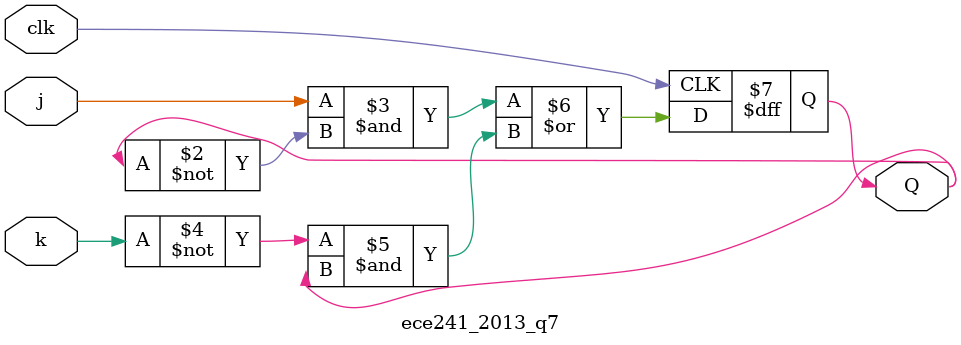
<source format=v>
module ece241_2013_q7 (
	input clk,
	input j,
	input k,
	output reg Q
);
 
	always @(posedge clk)
		Q <= j&~Q | ~k&Q;
	
endmodule
</source>
